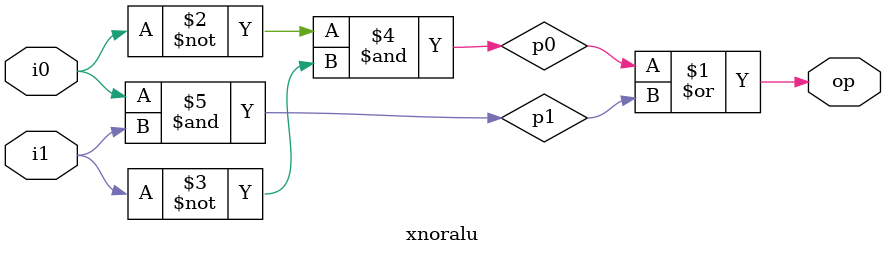
<source format=v>
`timescale 1ns / 1ps

// using the logic of xnor gate 
// xnor is a gate that gives high value when both the inputs given are equal and low when different 
module xnoralu
   (
    input wire i0, i1,
    output wire op
   );

   wire p0, p1;

   assign op = p0 | p1;   // op = A'b' + AB -------logic for xnor 
   assign p0 = ~i0 & ~i1;
   assign p1 = i0 & i1;

endmodule

</source>
